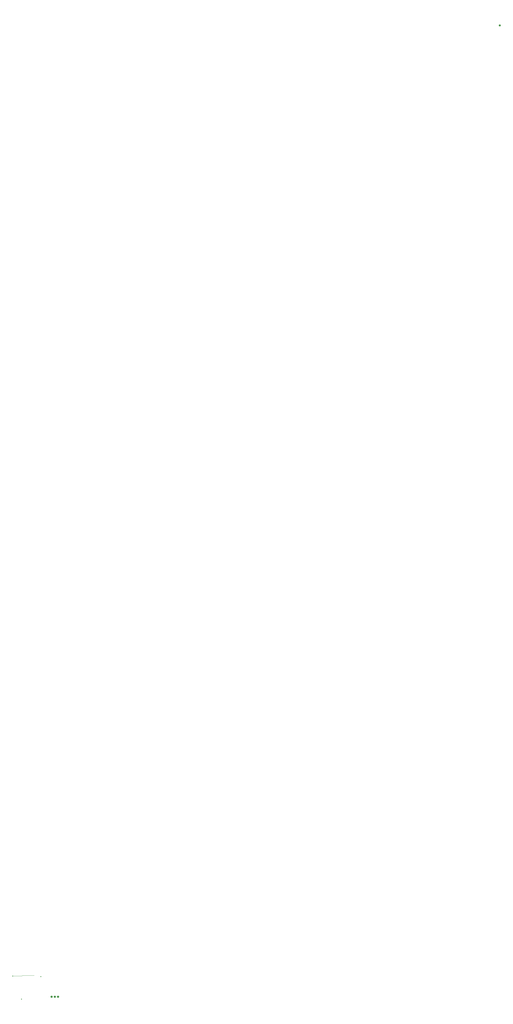
<source format=gbr>
G04 Short version a file taken from the Example Job 1, created by Filip Vermeire, Ucamco*
%TF.FileFunction,Copper,Bot,L4*%
%TF.FilePolarity,Positive*%
%TF.Part,Single*%
%FSLAX36Y36*%
%MOMM*%
%TA.AperFunction,Conductor*%
%ADD10C,0.15000*%
%TA.AperFunction,ViaPad*%
%ADD11C,0.75000*%
%TA.AperFunction,ComponentPad*%
%ADD12C,1.60000*%
%ADD13C,1.70000*%
G01*
G75*
%LPD*%
D10*
X76649990Y36899980D02*
X83949950D01*
X84399990Y37349990D01*
X93699990D01*
D11*
X76649990Y36899985D03*
X83599990Y18749980D03*
X98829985Y36504980D03*
D12*
X460298855Y784148855D03*
D13*
X107299765Y20629885D03*
X109839765D03*
X112379765D03*
M02*

</source>
